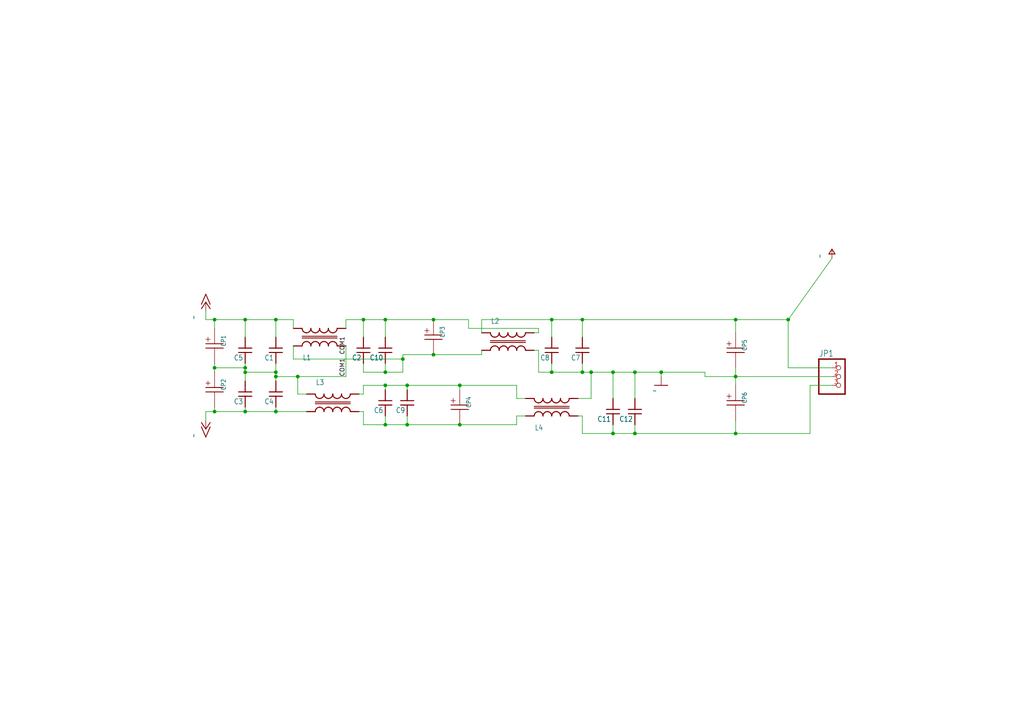
<source format=kicad_sch>
(kicad_sch (version 20211123) (generator eeschema)
  (paper "A4")
  (lib_symbols
    (symbol "FilterSupply_single_simplified_layout-eagle-import:+15V" (power)
      (property "Value" "+15V" (at -2.54 -5.08 90))
      (symbol "+15V_1_0"
        (polyline (pts (xy 0 0) (xy -1.27 -1.905)) (stroke (width 0.254)))
        (polyline (pts (xy 0 2.286) (xy -1.27 -0.635)) (stroke (width 0.254)))
        (polyline (pts (xy 1.27 -1.905) (xy 0 0)) (stroke (width 0.254)))
        (polyline (pts (xy 1.27 -0.635) (xy 0 2.286)) (stroke (width 0.254)))
        (pin power_in line (at 0 -2.54 90) (length 2.54) (name "+15V") (number "1"))
      )
    )
    (symbol "FilterSupply_single_simplified_layout-eagle-import:-15V" (power)
      (property "Value" "-15V" (at -2.54 -2.54 90))
      (symbol "-15V_1_0"
        (polyline (pts (xy -1.27 0.635) (xy 0 -2.286)) (stroke (width 0.254)))
        (polyline (pts (xy -1.27 1.905) (xy 0 0)) (stroke (width 0.254)))
        (polyline (pts (xy 0 -2.286) (xy 1.27 0.635)) (stroke (width 0.254)))
        (polyline (pts (xy 0 0) (xy 1.27 1.905)) (stroke (width 0.254)))
        (pin power_in line (at 0 2.54 270) (length 2.54) (name "-15V") (number "1"))
      )
    )
    (symbol "FilterSupply_single_simplified_layout-eagle-import:CAP-POLPANASONIC_F"
      (property "Reference" "CP" (at -3.175 1.905 0))
      (property "Value" "CAP-POLPANASONIC_F" (at 0 -2.54 0))
      (symbol "CAP-POLPANASONIC_F_1_0"
        (polyline (pts (xy -5.08 0) (xy -0.635 0)) (stroke (width 0.1524)))
        (polyline (pts (xy -2.54 -1.905) (xy -1.27 -1.905)) (stroke (width 0.1524)))
        (polyline (pts (xy -1.905 -1.27) (xy -1.905 -2.54)) (stroke (width 0.1524)))
        (polyline (pts (xy -0.635 0) (xy -0.635 -2.54)) (stroke (width 0.254)))
        (polyline (pts (xy -0.635 2.54) (xy -0.635 0)) (stroke (width 0.254)))
        (polyline (pts (xy 0.635 0) (xy 0.635 -2.54)) (stroke (width 0.254)))
        (polyline (pts (xy 0.635 2.54) (xy 0.635 0)) (stroke (width 0.254)))
        (polyline (pts (xy 5.08 0) (xy 0.635 0)) (stroke (width 0.1524)))
        (pin passive line (at -5.08 0 0) (length 0) (name "P$1") (number "+"))
        (pin passive line (at 5.08 0 180) (length 0) (name "P$2") (number "-"))
      )
    )
    (symbol "FilterSupply_single_simplified_layout-eagle-import:C_MLCC_SMDCMLCC_0603"
      (property "Reference" "C" (at 0.5715 0.0635 0))
      (property "Value" "C_MLCC_SMDCMLCC_0603" (at 0.5715 -4.3815 0))
      (symbol "C_MLCC_SMDCMLCC_0603_1_0"
        (polyline (pts (xy -1.905 -1.905) (xy 0 -1.905)) (stroke (width 0.3048)))
        (polyline (pts (xy 0 -1.905) (xy 0 -5.08)) (stroke (width 0.3048)))
        (polyline (pts (xy 0 -1.905) (xy 1.905 -1.905)) (stroke (width 0.3048)))
        (polyline (pts (xy 0 -0.635) (xy -1.905 -0.635)) (stroke (width 0.3048)))
        (polyline (pts (xy 0 -0.635) (xy 0 2.54)) (stroke (width 0.3048)))
        (polyline (pts (xy 1.905 -0.635) (xy 0 -0.635)) (stroke (width 0.3048)))
        (pin passive line (at 0 2.54 270) (length 0) (name "1") (number "P$1"))
        (pin passive line (at 0 -5.08 90) (length 0) (name "2") (number "P$2"))
      )
    )
    (symbol "FilterSupply_single_simplified_layout-eagle-import:C_MLCC_SMDCMLCC_0805"
      (property "Reference" "C" (at 0.5715 0.0635 0))
      (property "Value" "C_MLCC_SMDCMLCC_0805" (at 0.5715 -4.3815 0))
      (symbol "C_MLCC_SMDCMLCC_0805_1_0"
        (polyline (pts (xy -1.905 -1.905) (xy 0 -1.905)) (stroke (width 0.3048)))
        (polyline (pts (xy 0 -1.905) (xy 0 -5.08)) (stroke (width 0.3048)))
        (polyline (pts (xy 0 -1.905) (xy 1.905 -1.905)) (stroke (width 0.3048)))
        (polyline (pts (xy 0 -0.635) (xy -1.905 -0.635)) (stroke (width 0.3048)))
        (polyline (pts (xy 0 -0.635) (xy 0 2.54)) (stroke (width 0.3048)))
        (polyline (pts (xy 1.905 -0.635) (xy 0 -0.635)) (stroke (width 0.3048)))
        (pin passive line (at 0 2.54 270) (length 0) (name "1") (number "P$1"))
        (pin passive line (at 0 -5.08 90) (length 0) (name "2") (number "P$2"))
      )
    )
    (symbol "FilterSupply_single_simplified_layout-eagle-import:GND" (power)
      (property "Value" "GND" (at -2.54 -2.54 0))
      (symbol "GND_1_0"
        (polyline (pts (xy -1.905 0) (xy 1.905 0)) (stroke (width 0.254)))
        (pin power_in line (at 0 2.54 270) (length 2.54) (name "GND") (number "1"))
      )
    )
    (symbol "FilterSupply_single_simplified_layout-eagle-import:MSD7342"
      (property "Reference" "L" (at -4.954 5.104 0))
      (property "Value" "MSD7342" (at -5.08 -5.08 0))
      (symbol "MSD7342_1_0"
        (arc (start -5.08 2.54) (mid -4.708 1.642) (end -3.81 1.27) (stroke (width 0.3048)))
        (arc (start -3.81 -1.27) (mid -4.708 -1.642) (end -5.08 -2.54) (stroke (width 0.3048)))
        (arc (start -3.81 1.27) (mid -2.912 1.642) (end -2.54 2.54) (stroke (width 0.3048)))
        (arc (start -2.54 -2.54) (mid -2.912 -1.642) (end -3.81 -1.27) (stroke (width 0.3048)))
        (arc (start -2.54 2.54) (mid -2.168 1.642) (end -1.27 1.27) (stroke (width 0.3048)))
        (arc (start -1.27 -1.27) (mid -2.168 -1.642) (end -2.54 -2.54) (stroke (width 0.3048)))
        (arc (start -1.27 1.27) (mid -0.372 1.642) (end 0 2.54) (stroke (width 0.3048)))
        (arc (start 0 -2.54) (mid -0.372 -1.642) (end -1.27 -1.27) (stroke (width 0.3048)))
        (polyline (pts (xy -5.08 -2.54) (xy -7.62 -2.54)) (stroke (width 0.3048)))
        (polyline (pts (xy -5.08 -0.254) (xy 5.08 -0.254)) (stroke (width 0.254)))
        (polyline (pts (xy -5.08 0.254) (xy 5.08 0.254)) (stroke (width 0.254)))
        (polyline (pts (xy -5.08 2.54) (xy -7.62 2.54)) (stroke (width 0.3048)))
        (polyline (pts (xy 5.08 -2.54) (xy 7.62 -2.54)) (stroke (width 0.3048)))
        (polyline (pts (xy 5.08 2.54) (xy 7.62 2.54)) (stroke (width 0.3048)))
        (arc (start 0 2.54) (mid 0.372 1.642) (end 1.27 1.27) (stroke (width 0.3048)))
        (arc (start 1.27 -1.27) (mid 0.372 -1.642) (end 0 -2.54) (stroke (width 0.3048)))
        (arc (start 1.27 1.27) (mid 2.168 1.642) (end 2.54 2.54) (stroke (width 0.3048)))
        (arc (start 2.54 -2.54) (mid 2.168 -1.642) (end 1.27 -1.27) (stroke (width 0.3048)))
        (arc (start 2.54 2.54) (mid 2.912 1.642) (end 3.81 1.27) (stroke (width 0.3048)))
        (arc (start 3.81 -1.27) (mid 2.912 -1.642) (end 2.54 -2.54) (stroke (width 0.3048)))
        (arc (start 3.81 1.27) (mid 4.708 1.642) (end 5.08 2.54) (stroke (width 0.3048)))
        (arc (start 5.08 -2.54) (mid 4.708 -1.642) (end 3.81 -1.27) (stroke (width 0.3048)))
        (pin passive line (at -7.62 -2.54 0) (length 2.54) (name "1") (number "1"))
        (pin passive line (at -7.62 2.54 0) (length 2.54) (name "2") (number "2"))
        (pin passive line (at 7.62 -2.54 180) (length 2.54) (name "3") (number "3"))
        (pin passive line (at 7.62 2.54 180) (length 2.54) (name "4") (number "4"))
      )
    )
    (symbol "FilterSupply_single_simplified_layout-eagle-import:PINHD-1X3"
      (property "Reference" "JP" (at -6.35 5.715 0))
      (property "Value" "PINHD-1X3" (at -6.35 -7.62 0))
      (symbol "PINHD-1X3_1_0"
        (polyline (pts (xy -6.35 -5.08) (xy 1.27 -5.08)) (stroke (width 0.4064)))
        (polyline (pts (xy -6.35 5.08) (xy -6.35 -5.08)) (stroke (width 0.4064)))
        (polyline (pts (xy 1.27 -5.08) (xy 1.27 5.08)) (stroke (width 0.4064)))
        (polyline (pts (xy 1.27 5.08) (xy -6.35 5.08)) (stroke (width 0.4064)))
        (pin passive inverted (at -2.54 2.54 0) (length 2.54) (name "1") (number "1"))
        (pin passive inverted (at -2.54 0 0) (length 2.54) (name "2") (number "2"))
        (pin passive inverted (at -2.54 -2.54 0) (length 2.54) (name "3") (number "3"))
      )
    )
    (symbol "FilterSupply_single_simplified_layout-eagle-import:V+" (power)
      (property "Value" "V+" (at -2.54 -2.54 90))
      (symbol "V+_1_0"
        (polyline (pts (xy -0.889 -1.27) (xy 0.889 -1.27)) (stroke (width 0.254)))
        (polyline (pts (xy 0 0.127) (xy -0.889 -1.27)) (stroke (width 0.254)))
        (polyline (pts (xy 0.889 -1.27) (xy 0 0.127)) (stroke (width 0.254)))
        (pin power_in line (at 0 -2.54 90) (length 2.54) (name "V+") (number "1"))
      )
    )
  )
  (junction (at 71.12 106.68))
  (junction (at 71.12 107.95))
  (junction (at 86.36 109.22))
  (junction (at 71.12 119.38))
  (junction (at 118.11 111.76))
  (junction (at 177.8 107.95))
  (junction (at 160.02 92.71))
  (junction (at 62.23 106.68))
  (junction (at 111.76 92.71))
  (junction (at 177.8 125.73))
  (junction (at 111.76 111.76))
  (junction (at 184.15 107.95))
  (junction (at 191.77 107.95))
  (junction (at 184.15 125.73))
  (junction (at 105.41 92.71))
  (junction (at 160.02 107.95))
  (junction (at 80.01 109.22))
  (junction (at 171.45 107.95))
  (junction (at 62.23 119.38))
  (junction (at 213.36 92.71))
  (junction (at 213.36 109.22))
  (junction (at 228.6 92.71))
  (junction (at 125.73 102.87))
  (junction (at 133.35 111.76))
  (junction (at 80.01 107.95))
  (junction (at 118.11 123.19))
  (junction (at 133.35 123.19))
  (junction (at 168.91 107.95))
  (junction (at 125.73 92.71))
  (junction (at 116.84 104.14))
  (junction (at 80.01 119.38))
  (junction (at 213.36 125.73))
  (junction (at 168.91 92.71))
  (junction (at 111.76 107.95))
  (junction (at 62.23 92.71))
  (junction (at 111.76 123.19))
  (junction (at 80.01 92.71))
  (junction (at 71.12 92.71))
  (wire (pts (xy 62.23 106.68) (xy 62.23 107.95)))
  (wire (pts (xy 59.69 119.38) (xy 59.69 121.92)))
  (wire (pts (xy 85.09 104.14) (xy 85.09 100.33)))
  (wire (pts (xy 160.02 107.95) (xy 168.91 107.95)))
  (wire (pts (xy 167.64 120.65) (xy 168.91 120.65)))
  (wire (pts (xy 85.09 92.71) (xy 85.09 95.25)))
  (wire (pts (xy 116.84 107.95) (xy 116.84 104.14)))
  (wire (pts (xy 105.41 107.95) (xy 111.76 107.95)))
  (wire (pts (xy 111.76 111.76) (xy 111.76 113.03)))
  (wire (pts (xy 156.21 101.6) (xy 156.21 107.95)))
  (wire (pts (xy 154.94 101.6) (xy 156.21 101.6)))
  (wire (pts (xy 228.6 92.71) (xy 241.3 74.93)))
  (wire (pts (xy 105.41 119.38) (xy 105.41 123.19)))
  (wire (pts (xy 116.84 102.87) (xy 125.73 102.87)))
  (wire (pts (xy 80.01 118.11) (xy 80.01 119.38)))
  (wire (pts (xy 62.23 118.11) (xy 62.23 119.38)))
  (wire (pts (xy 228.6 106.68) (xy 228.6 92.71)))
  (wire (pts (xy 154.94 96.52) (xy 156.21 96.52)))
  (wire (pts (xy 105.41 97.79) (xy 105.41 92.71)))
  (wire (pts (xy 177.8 107.95) (xy 184.15 107.95)))
  (wire (pts (xy 71.12 107.95) (xy 80.01 107.95)))
  (wire (pts (xy 62.23 95.25) (xy 62.23 92.71)))
  (wire (pts (xy 184.15 125.73) (xy 177.8 125.73)))
  (wire (pts (xy 213.36 109.22) (xy 213.36 106.68)))
  (wire (pts (xy 160.02 97.79) (xy 160.02 92.71)))
  (wire (pts (xy 86.36 109.22) (xy 80.01 109.22)))
  (wire (pts (xy 160.02 92.71) (xy 168.91 92.71)))
  (wire (pts (xy 80.01 105.41) (xy 80.01 107.95)))
  (wire (pts (xy 80.01 119.38) (xy 88.9 119.38)))
  (wire (pts (xy 104.14 114.3) (xy 105.41 114.3)))
  (wire (pts (xy 167.64 115.57) (xy 171.45 115.57)))
  (wire (pts (xy 116.84 107.95) (xy 111.76 107.95)))
  (wire (pts (xy 168.91 107.95) (xy 171.45 107.95)))
  (wire (pts (xy 71.12 106.68) (xy 71.12 107.95)))
  (wire (pts (xy 213.36 92.71) (xy 228.6 92.71)))
  (wire (pts (xy 149.86 115.57) (xy 152.4 115.57)))
  (wire (pts (xy 241.3 106.68) (xy 228.6 106.68)))
  (wire (pts (xy 213.36 96.52) (xy 213.36 92.71)))
  (wire (pts (xy 80.01 119.38) (xy 71.12 119.38)))
  (wire (pts (xy 118.11 123.19) (xy 118.11 120.65)))
  (wire (pts (xy 71.12 118.11) (xy 71.12 119.38)))
  (wire (pts (xy 234.95 125.73) (xy 234.95 111.76)))
  (wire (pts (xy 111.76 123.19) (xy 111.76 120.65)))
  (wire (pts (xy 213.36 125.73) (xy 234.95 125.73)))
  (wire (pts (xy 105.41 123.19) (xy 111.76 123.19)))
  (wire (pts (xy 100.33 92.71) (xy 100.33 95.25)))
  (wire (pts (xy 213.36 109.22) (xy 204.47 109.22)))
  (wire (pts (xy 85.09 92.71) (xy 80.01 92.71)))
  (wire (pts (xy 156.21 95.25) (xy 135.89 95.25)))
  (wire (pts (xy 100.33 100.33) (xy 100.33 109.22)))
  (wire (pts (xy 133.35 113.03) (xy 133.35 111.76)))
  (wire (pts (xy 177.8 115.57) (xy 177.8 107.95)))
  (wire (pts (xy 80.01 92.71) (xy 71.12 92.71)))
  (wire (pts (xy 133.35 111.76) (xy 118.11 111.76)))
  (wire (pts (xy 125.73 102.87) (xy 139.7 102.87)))
  (wire (pts (xy 71.12 110.49) (xy 71.12 107.95)))
  (wire (pts (xy 234.95 111.76) (xy 241.3 111.76)))
  (wire (pts (xy 191.77 107.95) (xy 191.77 109.22)))
  (wire (pts (xy 204.47 107.95) (xy 204.47 109.22)))
  (wire (pts (xy 191.77 107.95) (xy 204.47 107.95)))
  (wire (pts (xy 62.23 119.38) (xy 59.69 119.38)))
  (wire (pts (xy 62.23 106.68) (xy 71.12 106.68)))
  (wire (pts (xy 104.14 119.38) (xy 105.41 119.38)))
  (wire (pts (xy 168.91 97.79) (xy 168.91 92.71)))
  (wire (pts (xy 80.01 97.79) (xy 80.01 92.71)))
  (wire (pts (xy 125.73 92.71) (xy 135.89 92.71)))
  (wire (pts (xy 80.01 110.49) (xy 80.01 109.22)))
  (wire (pts (xy 168.91 105.41) (xy 168.91 107.95)))
  (wire (pts (xy 139.7 96.52) (xy 139.7 92.71)))
  (wire (pts (xy 156.21 107.95) (xy 160.02 107.95)))
  (wire (pts (xy 100.33 92.71) (xy 105.41 92.71)))
  (wire (pts (xy 111.76 123.19) (xy 118.11 123.19)))
  (wire (pts (xy 62.23 92.71) (xy 59.69 92.71)))
  (wire (pts (xy 168.91 92.71) (xy 213.36 92.71)))
  (wire (pts (xy 149.86 120.65) (xy 152.4 120.65)))
  (wire (pts (xy 133.35 123.19) (xy 118.11 123.19)))
  (wire (pts (xy 171.45 107.95) (xy 177.8 107.95)))
  (wire (pts (xy 105.41 114.3) (xy 105.41 111.76)))
  (wire (pts (xy 86.36 114.3) (xy 86.36 109.22)))
  (wire (pts (xy 184.15 125.73) (xy 213.36 125.73)))
  (wire (pts (xy 105.41 111.76) (xy 111.76 111.76)))
  (wire (pts (xy 62.23 105.41) (xy 62.23 106.68)))
  (wire (pts (xy 213.36 111.76) (xy 213.36 109.22)))
  (wire (pts (xy 156.21 96.52) (xy 156.21 95.25)))
  (wire (pts (xy 80.01 109.22) (xy 80.01 107.95)))
  (wire (pts (xy 184.15 107.95) (xy 191.77 107.95)))
  (wire (pts (xy 100.33 109.22) (xy 86.36 109.22)))
  (wire (pts (xy 149.86 111.76) (xy 133.35 111.76)))
  (wire (pts (xy 111.76 111.76) (xy 118.11 111.76)))
  (wire (pts (xy 59.69 90.17) (xy 59.69 92.71)))
  (wire (pts (xy 177.8 125.73) (xy 168.91 125.73)))
  (wire (pts (xy 71.12 119.38) (xy 62.23 119.38)))
  (wire (pts (xy 177.8 123.19) (xy 177.8 125.73)))
  (wire (pts (xy 241.3 109.22) (xy 213.36 109.22)))
  (wire (pts (xy 71.12 92.71) (xy 62.23 92.71)))
  (wire (pts (xy 71.12 97.79) (xy 71.12 92.71)))
  (wire (pts (xy 149.86 123.19) (xy 133.35 123.19)))
  (wire (pts (xy 71.12 105.41) (xy 71.12 106.68)))
  (wire (pts (xy 135.89 95.25) (xy 135.89 92.71)))
  (wire (pts (xy 116.84 104.14) (xy 116.84 102.87)))
  (wire (pts (xy 171.45 115.57) (xy 171.45 107.95)))
  (wire (pts (xy 168.91 120.65) (xy 168.91 125.73)))
  (wire (pts (xy 184.15 123.19) (xy 184.15 125.73)))
  (wire (pts (xy 116.84 104.14) (xy 85.09 104.14)))
  (wire (pts (xy 184.15 115.57) (xy 184.15 107.95)))
  (wire (pts (xy 139.7 92.71) (xy 160.02 92.71)))
  (wire (pts (xy 149.86 120.65) (xy 149.86 123.19)))
  (wire (pts (xy 139.7 102.87) (xy 139.7 101.6)))
  (wire (pts (xy 111.76 105.41) (xy 111.76 107.95)))
  (wire (pts (xy 149.86 115.57) (xy 149.86 111.76)))
  (wire (pts (xy 105.41 92.71) (xy 111.76 92.71)))
  (wire (pts (xy 118.11 111.76) (xy 118.11 113.03)))
  (wire (pts (xy 111.76 92.71) (xy 125.73 92.71)))
  (wire (pts (xy 105.41 105.41) (xy 105.41 107.95)))
  (wire (pts (xy 111.76 92.71) (xy 111.76 97.79)))
  (wire (pts (xy 88.9 114.3) (xy 86.36 114.3)))
  (wire (pts (xy 160.02 105.41) (xy 160.02 107.95)))
  (wire (pts (xy 213.36 121.92) (xy 213.36 125.73)))
  (label "COM1" (at 100.33 109.22 90) (effects (font (size 1.2446 1.2446))))
  (label "COM1" (at 100.33 102.87 90) (effects (font (size 1.2446 1.2446))))
  (symbol (lib_id "FilterSupply_single_simplified_layout-eagle-import:PINHD-1X3") (at 243.84 109.22 0) (unit 1)
    (property "Reference" "JP1" (at 237.49 103.505 0) (effects (font (size 1.778 1.5113)) (justify left bottom)))
  )
  (symbol (lib_id "FilterSupply_single_simplified_layout-eagle-import:CAP-POLPANASONIC_F") (at 125.73 97.79 270) (unit 1)
    (property "Reference" "CP3" (at 127.635 94.615 0) (effects (font (size 1.27 1.0795)) (justify left bottom)))
  )
  (symbol (lib_id "FilterSupply_single_simplified_layout-eagle-import:CAP-POLPANASONIC_F") (at 213.36 116.84 270) (unit 1)
    (property "Reference" "CP6" (at 215.265 113.665 0) (effects (font (size 1.27 1.0795)) (justify left bottom)))
  )
  (symbol (lib_id "FilterSupply_single_simplified_layout-eagle-import:C_MLCC_SMDCMLCC_0603") (at 168.91 102.87 180) (unit 1)
    (property "Reference" "C7" (at 168.3385 102.9335 0) (effects (font (size 1.524 1.2954)) (justify left bottom)))
  )
  (symbol (lib_id "FilterSupply_single_simplified_layout-eagle-import:CAP-POLPANASONIC_F") (at 62.23 100.33 270) (unit 1)
    (property "Reference" "CP1" (at 64.135 97.155 0) (effects (font (size 1.27 1.0795)) (justify left bottom)))
  )
  (symbol (lib_id "FilterSupply_single_simplified_layout-eagle-import:C_MLCC_SMDCMLCC_0805") (at 80.01 102.87 180) (unit 1)
    (property "Reference" "C1" (at 79.4385 102.9335 0) (effects (font (size 1.524 1.2954)) (justify left bottom)))
  )
  (symbol (lib_id "FilterSupply_single_simplified_layout-eagle-import:-15V") (at 59.69 124.46 0) (unit 1)
    (property "Reference" "#P-1" (effects hide))
  )
  (symbol (lib_id "FilterSupply_single_simplified_layout-eagle-import:C_MLCC_SMDCMLCC_0805") (at 80.01 115.57 180) (unit 1)
    (property "Reference" "C4" (at 79.4385 115.6335 0) (effects (font (size 1.524 1.2954)) (justify left bottom)))
  )
  (symbol (lib_id "FilterSupply_single_simplified_layout-eagle-import:C_MLCC_SMDCMLCC_0603") (at 111.76 118.11 180) (unit 1)
    (property "Reference" "C6" (at 111.1885 118.1735 0) (effects (font (size 1.524 1.2954)) (justify left bottom)))
  )
  (symbol (lib_id "FilterSupply_single_simplified_layout-eagle-import:+15V") (at 59.69 87.63 0) (unit 1)
    (property "Reference" "#P+1" (effects hide))
  )
  (symbol (lib_id "FilterSupply_single_simplified_layout-eagle-import:C_MLCC_SMDCMLCC_0603") (at 160.02 102.87 180) (unit 1)
    (property "Reference" "C8" (at 159.4485 102.9335 0) (effects (font (size 1.524 1.2954)) (justify left bottom)))
  )
  (symbol (lib_id "FilterSupply_single_simplified_layout-eagle-import:MSD7342") (at 92.71 97.79 0) (mirror x) (unit 1)
    (property "Reference" "L1" (at 87.756 102.894 0) (effects (font (size 1.524 1.2954)) (justify left bottom)))
  )
  (symbol (lib_id "FilterSupply_single_simplified_layout-eagle-import:C_MLCC_SMDCMLCC_0603") (at 111.76 102.87 180) (unit 1)
    (property "Reference" "C10" (at 111.1885 102.9335 0) (effects (font (size 1.524 1.2954)) (justify left bottom)))
  )
  (symbol (lib_id "FilterSupply_single_simplified_layout-eagle-import:C_MLCC_SMDCMLCC_0603") (at 184.15 120.65 180) (unit 1)
    (property "Reference" "C12" (at 183.5785 120.7135 0) (effects (font (size 1.524 1.2954)) (justify left bottom)))
  )
  (symbol (lib_id "FilterSupply_single_simplified_layout-eagle-import:MSD7342") (at 147.32 99.06 0) (unit 1)
    (property "Reference" "L2" (at 142.366 93.956 0) (effects (font (size 1.524 1.2954)) (justify left bottom)))
  )
  (symbol (lib_id "FilterSupply_single_simplified_layout-eagle-import:CAP-POLPANASONIC_F") (at 133.35 118.11 270) (unit 1)
    (property "Reference" "CP4" (at 135.255 114.935 0) (effects (font (size 1.27 1.0795)) (justify left bottom)))
  )
  (symbol (lib_id "FilterSupply_single_simplified_layout-eagle-import:C_MLCC_SMDCMLCC_0805") (at 71.12 102.87 180) (unit 1)
    (property "Reference" "C5" (at 70.5485 102.9335 0) (effects (font (size 1.524 1.2954)) (justify left bottom)))
  )
  (symbol (lib_id "FilterSupply_single_simplified_layout-eagle-import:MSD7342") (at 96.52 116.84 0) (unit 1)
    (property "Reference" "L3" (at 91.566 111.736 0) (effects (font (size 1.524 1.2954)) (justify left bottom)))
  )
  (symbol (lib_id "FilterSupply_single_simplified_layout-eagle-import:C_MLCC_SMDCMLCC_0603") (at 105.41 102.87 180) (unit 1)
    (property "Reference" "C2" (at 104.8385 102.9335 0) (effects (font (size 1.524 1.2954)) (justify left bottom)))
  )
  (symbol (lib_id "FilterSupply_single_simplified_layout-eagle-import:GND") (at 191.77 111.76 0) (unit 1)
    (property "Reference" "#GND1" (effects hide))
  )
  (symbol (lib_id "FilterSupply_single_simplified_layout-eagle-import:CAP-POLPANASONIC_F") (at 213.36 101.6 270) (unit 1)
    (property "Reference" "CP5" (at 215.265 98.425 0) (effects (font (size 1.27 1.0795)) (justify left bottom)))
  )
  (symbol (lib_id "FilterSupply_single_simplified_layout-eagle-import:MSD7342") (at 160.02 118.11 0) (mirror x) (unit 1)
    (property "Reference" "L4" (at 155.066 123.214 0) (effects (font (size 1.524 1.2954)) (justify left bottom)))
  )
  (symbol (lib_id "FilterSupply_single_simplified_layout-eagle-import:CAP-POLPANASONIC_F") (at 62.23 113.03 270) (unit 1)
    (property "Reference" "CP2" (at 64.135 109.855 0) (effects (font (size 1.27 1.0795)) (justify left bottom)))
  )
  (symbol (lib_id "FilterSupply_single_simplified_layout-eagle-import:C_MLCC_SMDCMLCC_0603") (at 118.11 118.11 180) (unit 1)
    (property "Reference" "C9" (at 117.5385 118.1735 0) (effects (font (size 1.524 1.2954)) (justify left bottom)))
  )
  (symbol (lib_id "FilterSupply_single_simplified_layout-eagle-import:V+") (at 241.3 72.39 0) (unit 1)
    (property "Reference" "#P+2" (effects hide))
  )
  (symbol (lib_id "FilterSupply_single_simplified_layout-eagle-import:C_MLCC_SMDCMLCC_0603") (at 177.8 120.65 180) (unit 1)
    (property "Reference" "C11" (at 177.2285 120.7135 0) (effects (font (size 1.524 1.2954)) (justify left bottom)))
  )
  (symbol (lib_id "FilterSupply_single_simplified_layout-eagle-import:C_MLCC_SMDCMLCC_0805") (at 71.12 115.57 180) (unit 1)
    (property "Reference" "C3" (at 70.5485 115.6335 0) (effects (font (size 1.524 1.2954)) (justify left bottom)))
  )
)
</source>
